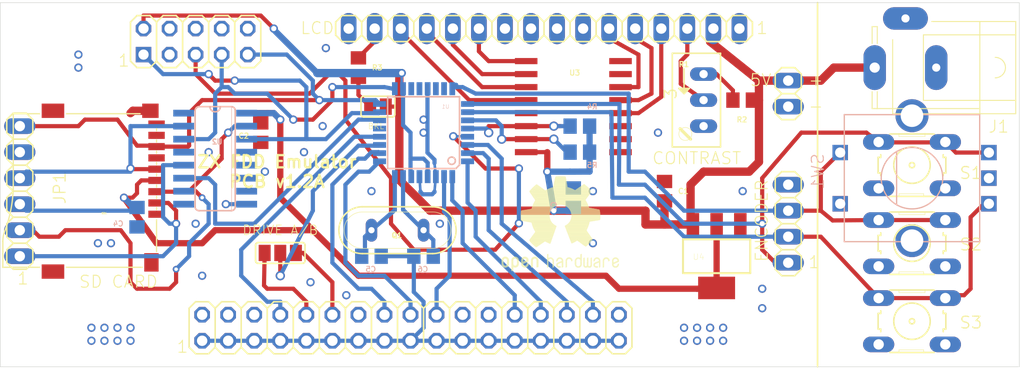
<source format=kicad_pcb>
(kicad_pcb (version 20221018) (generator pcbnew)
  (layers (0 "F.Cu" signal) (31 "B.Cu" signal) (34 "B.Paste" user) (35 "F.Paste" user) (36 "B.SilkS" user "B.Silkscreen") (37 "F.SilkS" user "F.Silkscreen") (38 "B.Mask" user) (39 "F.Mask" user) (44 "Edge.Cuts" user))
  (net 0 "")
  (net 1 "GND")
  (net 2 "VCC")
  (net 3 "SDSEL")
  (net 4 "MOSI")
  (net 5 "3V3")
  (net 6 "SD_MOSI")
  (net 7 "SD_CLK")
  (net 8 "CLK")
  (net 9 "SD_SDSEL")
  (net 10 "FDD_SIDESEL")
  (net 11 "FDD_READ")
  (net 12 "FDD_WP")
  (net 13 "FDD_TRK0")
  (net 14 "FDD_STEP")
  (net 15 "FDD_DIRSEL")
  (net 16 "FDD_MOTOR_ON")
  (net 17 "FDD_DRVSEL")
  (net 18 "ENC_BTN")
  (net 19 "ENC_A")
  (net 20 "ENC_B")
  (net 21 "SDA")
  (net 22 "SCL")
  (net 23 "XTAL1")
  (net 24 "XTAL2")
  (net 25 "RESET")
  (net 26 "MISO")
  (net 27 "FDD_INDEX")
  (net 28 "FDD_DRVSEL0")
  (net 29 "FDD_DRVSEL1")
  (net 30 "LCD_D4")
  (net 31 "LCD_D5")
  (net 32 "LCD_D6")
  (net 33 "LCD_D7")
  (net 34 "LCD_RS")
  (net 35 "LCD_RW")
  (net 36 "LCD_E")
  (net 37 "LCD_CONTR")
  (net 38 "LCD_A")
  (net 39 "N$1")
  (net 40 "N$2")
  (net 41 "LCD_LIGHT")
  (footprint "floppy_emul:MICRO-SD9+4P-SMD-16.1X14.5X1.85MM" (layer "F.Cu") (at 114.0586 105.6336 180)
    (fp_text reference "SD1")
    (fp_text value "ST-TF-003A" hide)
  )
  (footprint "floppy_emul:RJ9W" (layer "F.Cu") (at 166.7636 96.7436 -90)
    (fp_text reference "R1")
    (fp_text value "10k" hide)
  )
  (footprint "floppy_emul:C0805" (layer "F.Cu") (at 163.5886 105.6336 90)
    (fp_text reference "C1")
    (fp_text value "10uF" hide)
  )
  (footprint "floppy_emul:1X04" (layer "F.Cu") (at 175.6536 108.8086 90)
    (fp_text reference "CONN3" hide)
    (fp_text value "ENCODER" hide)
  )
  (footprint "floppy_emul:B3F-10XX" (layer "F.Cu") (at 187.7186 110.7136)
    (fp_text reference "S2")
    (fp_text value "SEL")
  )
  (footprint "floppy_emul:1X06" (layer "F.Cu") (at 100.7236 105.6336 90)
    (fp_text reference "JP1")
    (fp_text value "EXT SD CARD")
  )
  (footprint "floppy_emul:QS" (layer "F.Cu") (at 137.5536 109.4436)
    (fp_text reference "Q1")
    (fp_text value "16MHz" hide)
  )
  (footprint "floppy_emul:1X16" (layer "F.Cu") (at 151.8411 89.7586 180)
    (fp_text reference "CONN5" hide)
    (fp_text value "LCD 16x2" hide)
  )
  (footprint "floppy_emul:B3F-10XX" (layer "F.Cu") (at 187.7186 103.0936)
    (fp_text reference "S1")
    (fp_text value "A")
  )
  (footprint "floppy_emul:SOT223" (layer "F.Cu") (at 168.6686 111.9836 180)
    (fp_text reference "U4")
    (fp_text value "LM1117 3.3V" hide)
  )
  (footprint "floppy_emul:R0805" (layer "F.Cu") (at 133.7436 93.5686 -90)
    (fp_text reference "R3")
    (fp_text value "220" hide)
  )
  (footprint "floppy_emul:OSHW1" (layer "F.Cu") (at 147.0786 115.1586)
    (fp_text reference "U$5" hide)
    (fp_text value "" hide)
  )
  (footprint "floppy_emul:2X17" (layer "F.Cu") (at 138.8236 118.9686)
    (fp_text reference "CONN1" hide)
    (fp_text value "FLOPPY DRIVE")
  )
  (footprint "floppy_emul:DRILL_0.1000" (layer "F.Cu") (at 101.3586 120.2386)
    (fp_text reference "U$1" hide)
    (fp_text value "" hide)
  )
  (footprint "floppy_emul:C0805" (layer "F.Cu") (at 124.2186 99.9186 -90)
    (fp_text reference "C2")
    (fp_text value "10uF" hide)
  )
  (footprint "floppy_emul:R0805" (layer "F.Cu") (at 171.2086 96.7436)
    (fp_text reference "R2")
    (fp_text value "1k" hide)
  )
  (footprint "floppy_emul:DRILL_0.1000" (layer "F.Cu") (at 101.3586 89.7586)
    (fp_text reference "U$2" hide)
    (fp_text value "" hide)
  )
  (footprint "floppy_emul:SJ_2" (layer "F.Cu") (at 126.1236 111.6661)
    (fp_text reference "SJ5" hide)
    (fp_text value "DRIVE SELECT" hide)
  )
  (footprint "floppy_emul:B3F-10XX" (layer "F.Cu") (at 187.7186 118.3336)
    (fp_text reference "S3")
    (fp_text value "B")
  )
  (footprint "floppy_emul:DRILL_0.1000" (layer "F.Cu") (at 176.2886 89.7586)
    (fp_text reference "U$3" hide)
    (fp_text value "" hide)
  )
  (footprint "floppy_emul:2X05" (layer "F.Cu") (at 117.8686 91.0286)
    (fp_text reference "CONN4" hide)
    (fp_text value "ISP")
  )
  (footprint "floppy_emul:SJ" (layer "F.Cu") (at 135.6486 97.3786)
    (fp_text reference "SJ4" hide)
    (fp_text value "BKL")
  )
  (footprint "floppy_emul:SO16W" (layer "F.Cu") (at 154.6986 97.3786 90)
    (fp_text reference "U3")
    (fp_text value "PCF8574T" hide)
  )
  (footprint "floppy_emul:SPC4077" (layer "F.Cu") (at 187.0836 93.5686 180)
    (fp_text reference "J1")
    (fp_text value "DC 5V")
  )
  (footprint "floppy_emul:DRILL_0.1000" (layer "F.Cu") (at 176.2886 120.2386)
    (fp_text reference "U$4" hide)
    (fp_text value "" hide)
  )
  (footprint "floppy_emul:1X02" (layer "F.Cu") (at 175.6536 96.1086 -90)
    (fp_text reference "CONN2" hide)
    (fp_text value "5V" hide)
  )
  (footprint "floppy_emul:ALPS_EC12E_SW" (layer "B.Cu") (at 187.7186 104.3636 -90)
    (fp_text reference "SW1")
    (fp_text value "EC12E_SW")
  )
  (footprint "floppy_emul:C0805" (layer "B.Cu") (at 112.1536 108.1736 -90)
    (fp_text reference "C4")
    (fp_text value "100n" hide)
  )
  (footprint "floppy_emul:SO16" (layer "B.Cu") (at 119.7736 102.4586 -90)
    (fp_text reference "U2")
    (fp_text value "HEF4050B" hide)
  )
  (footprint "floppy_emul:TQFP32-08" (layer "B.Cu") (at 140.0936 99.9186 90)
    (fp_text reference "U1")
    (fp_text value "ATMEGA328P")
  )
  (footprint "floppy_emul:R0805" (layer "B.Cu") (at 155.3336 101.8236)
    (fp_text reference "R5")
    (fp_text value "10k" hide)
  )
  (footprint "floppy_emul:C0805" (layer "B.Cu") (at 140.0936 111.9836 180)
    (fp_text reference "C6")
    (fp_text value "22p" hide)
  )
  (footprint "floppy_emul:C0805" (layer "B.Cu") (at 154.6986 106.2686 90)
    (fp_text reference "C3")
    (fp_text value "100n" hide)
  )
  (footprint "floppy_emul:R0805" (layer "B.Cu") (at 155.3336 99.2836)
    (fp_text reference "R4")
    (fp_text value "10k" hide)
  )
  (footprint "floppy_emul:C0805" (layer "B.Cu") (at 135.0136 111.9836)
    (fp_text reference "C5")
    (fp_text value "22p" hide)
  )
  (gr_line (start 178.5111 87.2186) (end 178.5111 122.7786) (stroke (width 0.1524)) (layer "F.SilkS"))
  (gr_line (start 98.8186 122.7786) (end 198.1836 122.7786) (stroke (width 0.05)) (layer "Edge.Cuts"))
  (gr_line (start 198.1836 122.7786) (end 198.1836 87.2286) (stroke (width 0.05)) (layer "Edge.Cuts"))
  (gr_line (start 98.8186 87.2286) (end 98.8186 122.7786) (stroke (width 0.05)) (layer "Edge.Cuts"))
  (gr_line (start 198.1836 87.2286) (end 98.8186 87.2286) (stroke (width 0.05)) (layer "Edge.Cuts"))
  (gr_text "DRIVE A/B" (at 126.1236 109.4436) (layer "F.SilkS") (effects (font (size 0.93472 0.93472) (thickness 0.08128))))
  (gr_text "ZX FDD Emulator\nPCB v1.2A" (at 125.8061 103.7286) (layer "F.SilkS") (effects (font (size 1.194816 1.194816) (thickness 0.227584))))
  (gr_text "1" (at 115.9636 121.5086) (layer "F.SilkS") (effects (font (size 1.1684 1.1684) (thickness 0.1016)) (justify left bottom)))
  (gr_text "1" (at 110.2486 93.5686) (layer "F.SilkS") (effects (font (size 1.1684 1.1684) (thickness 0.1016)) (justify left bottom)))
  (gr_text "1" (at 177.5586 113.2536) (layer "F.SilkS") (effects (font (size 1.1684 1.1684) (thickness 0.1016)) (justify left bottom)))
  (gr_text "5V" (at 171.8436 95.4736) (layer "F.SilkS") (effects (font (size 1.1684 1.1684) (thickness 0.1016)) (justify left bottom)))
  (gr_text "BKL" (at 136.2836 98.9661) (layer "F.SilkS") (effects (font (size 0.560832 0.560832) (thickness 0.048768)) (justify right top)))
  (gr_text "CONTRAST" (at 162.3186 103.0936) (layer "F.SilkS") (effects (font (size 1.1684 1.1684) (thickness 0.1016)) (justify left bottom)))
  (gr_text "LCD" (at 128.0286 90.3936) (layer "F.SilkS") (effects (font (size 1.1684 1.1684) (thickness 0.1016)) (justify left bottom)))
  (gr_text "SD CARD" (at 106.4386 115.1586) (layer "F.SilkS") (effects (font (size 1.1684 1.1684) (thickness 0.1016)) (justify left bottom)))
  (gr_text "1" (at 100.4061 114.8411) (layer "F.SilkS") (effects (font (size 1.1684 1.1684) (thickness 0.1016)) (justify left bottom)))
  (gr_text "+" (at 177.5586 95.4736) (layer "F.SilkS") (effects (font (size 1.1684 1.1684) (thickness 0.1016)) (justify left bottom)))
  (gr_text "ENCODER" (at 173.7486 112.6186 90) (layer "F.SilkS") (effects (font (size 1.1684 1.1684) (thickness 0.1016)) (justify left bottom)))
  (gr_text "-" (at 177.5586 98.0136) (layer "F.SilkS") (effects (font (size 1.1684 1.1684) (thickness 0.1016)) (justify left bottom)))
  (gr_text "1" (at 172.4786 90.3936) (layer "F.SilkS") (effects (font (size 1.1684 1.1684) (thickness 0.1016)) (justify left bottom)))
  (segment (start 111.7486 97.7836) (end 111.5186 98.0136) (width 0.8128) (layer "F.Cu") (net 1))
  (segment (start 113.4586 97.7836) (end 111.7486 97.7836) (width 0.8128) (layer "F.Cu") (net 1))
  (via (at 110.2486 120.2386) (size 0.8048) (drill 0.5) (layers "F.Cu" "B.Cu") (net 1))
  (via (at 109.6136 110.7136) (size 0.8048) (drill 0.5) (layers "F.Cu" "B.Cu") (net 1))
  (via (at 166.7636 118.9686) (size 0.8048) (drill 0.5) (layers "F.Cu" "B.Cu") (net 1))
  (via (at 129.07 114.5236) (size 0.8048) (drill 0.5) (layers "F.Cu" "B.Cu") (net 1))
  (via (at 169.3036 120.2386) (size 0.8048) (drill 0.5) (layers "F.Cu" "B.Cu") (net 1))
  (via (at 119.1386 101.8236) (size 0.8048) (drill 0.5) (layers "F.Cu" "B.Cu") (net 1))
  (via (at 130.5686 91.6636) (size 0.8048) (drill 0.5) (layers "F.Cu" "B.Cu") (net 1))
  (via (at 130.2511 99.2836) (size 0.8048) (drill 0.5) (layers "F.Cu" "B.Cu") (net 1))
  (via (at 124.625 103.7286) (size 0.8048) (drill 0.5) (layers "F.Cu" "B.Cu") (net 1))
  (via (at 118.5036 113.8886) (size 0.8048) (drill 0.5) (layers "F.Cu" "B.Cu") (net 1))
  (via (at 173.1136 115.1586) (size 0.8048) (drill 0.5) (layers "F.Cu" "B.Cu") (net 1))
  (via (at 120.815 106.9036) (size 0.8048) (drill 0.5) (layers "F.Cu" "B.Cu") (net 1))
  (via (at 128.435 101.8236) (size 0.8048) (drill 0.5) (layers "F.Cu" "B.Cu") (net 1))
  (via (at 162.9536 99.9186) (size 0.8048) (drill 0.5) (layers "F.Cu" "B.Cu") (net 1))
  (via (at 168.0336 118.9686) (size 0.8048) (drill 0.5) (layers "F.Cu" "B.Cu") (net 1))
  (via (at 165.4936 120.2386) (size 0.8048) (drill 0.5) (layers "F.Cu" "B.Cu") (net 1))
  (via (at 107.7086 118.9686) (size 0.8048) (drill 0.5) (layers "F.Cu" "B.Cu") (net 1))
  (via (at 117.8686 108.8086) (size 0.8048) (drill 0.5) (layers "F.Cu" "B.Cu") (net 1))
  (via (at 140.0936 98.6486) (size 0.8048) (drill 0.5) (layers "F.Cu" "B.Cu") (net 1))
  (via (at 165.4936 118.9686) (size 0.8048) (drill 0.5) (layers "F.Cu" "B.Cu") (net 1))
  (via (at 108.3436 110.7136) (size 0.8048) (drill 0.5) (layers "F.Cu" "B.Cu") (net 1))
  (via (at 110.2486 118.9686) (size 0.8048) (drill 0.5) (layers "F.Cu" "B.Cu") (net 1))
  (via (at 173.1136 117.0636) (size 0.8048) (drill 0.5) (layers "F.Cu" "B.Cu") (net 1))
  (via (at 140.0936 99.9186) (size 0.8048) (drill 0.5) (layers "F.Cu" "B.Cu") (net 1))
  (via (at 111.5186 118.9686) (size 0.8048) (drill 0.5) (layers "F.Cu" "B.Cu") (net 1))
  (via (at 166.7636 120.2386) (size 0.8048) (drill 0.5) (layers "F.Cu" "B.Cu") (net 1))
  (via (at 106.4386 93.5686) (size 0.8048) (drill 0.5) (layers "F.Cu" "B.Cu") (net 1))
  (via (at 111.5186 120.2386) (size 0.8048) (drill 0.5) (layers "F.Cu" "B.Cu") (net 1))
  (via (at 156.6036 105.6336) (size 0.8048) (drill 0.5) (layers "F.Cu" "B.Cu") (net 1))
  (via (at 156.6036 110.7136) (size 0.8048) (drill 0.5) (layers "F.Cu" "B.Cu") (net 1))
  (via (at 132.5625 115.7936) (size 0.8048) (drill 0.5) (layers "F.Cu" "B.Cu") (net 1))
  (via (at 108.9786 120.2386) (size 0.8048) (drill 0.5) (layers "F.Cu" "B.Cu") (net 1))
  (via (at 135.0136 105.6336) (size 0.8048) (drill 0.5) (layers "F.Cu" "B.Cu") (net 1))
  (via (at 106.4386 92.2986) (size 0.8048) (drill 0.5) (layers "F.Cu" "B.Cu") (net 1))
  (via (at 169.3036 118.9686) (size 0.8048) (drill 0.5) (layers "F.Cu" "B.Cu") (net 1))
  (via (at 108.9786 118.9686) (size 0.8048) (drill 0.5) (layers "F.Cu" "B.Cu") (net 1))
  (via (at 171.2086 105.6336) (size 0.8048) (drill 0.5) (layers "F.Cu" "B.Cu") (net 1))
  (via (at 107.7086 120.2386) (size 0.8048) (drill 0.5) (layers "F.Cu" "B.Cu") (net 1))
  (via (at 168.0336 120.2386) (size 0.8048) (drill 0.5) (layers "F.Cu" "B.Cu") (net 1))
  (via (at 141.6811 108.8086) (size 0.8048) (drill 0.5) (layers "F.Cu" "B.Cu") (net 1))
  (segment (start 138.8236 120.2386) (end 141.3636 120.2386) (width 0.4064) (layer "B.Cu") (net 1))
  (segment (start 140.9318 105.9384) (end 140.0174 105.9384) (width 0.4064) (layer "B.Cu") (net 1))
  (segment (start 131.2036 120.2386) (end 133.7436 120.2386) (width 0.4064) (layer "B.Cu") (net 1))
  (segment (start 141.1604 105.7098) (end 140.9318 105.9384) (width 0.4064) (layer "B.Cu") (net 1))
  (segment (start 118.5036 120.2386) (end 121.0436 120.2386) (width 0.4064) (layer "B.Cu") (net 1))
  (segment (start 140.4746 95.7022) (end 140.4936 95.626) (width 0.254) (layer "B.Cu") (net 1))
  (segment (start 141.1604 102.8904) (end 141.1604 102.5602) (width 0.4064) (layer "B.Cu") (net 1))
  (segment (start 141.3636 120.2386) (end 143.9036 120.2386) (width 0.4064) (layer "B.Cu") (net 1))
  (segment (start 120.815 106.9036) (end 122.847 106.9036) (width 0.4064) (layer "B.Cu") (net 1))
  (segment (start 141.1604 102.8904) (end 141.2936 104.2112) (width 0.254) (layer "B.Cu") (net 1))
  (segment (start 148.9836 120.2386) (end 151.5236 120.2386) (width 0.4064) (layer "B.Cu") (net 1))
  (segment (start 140.4746 101.8744) (end 140.4746 95.7022) (width 0.4064) (layer "B.Cu") (net 1))
  (segment (start 133.7436 120.2386) (end 136.2836 120.2386) (width 0.4064) (layer "B.Cu") (net 1))
  (segment (start 140.0936 118.9686) (end 138.8236 120.2386) (width 0.4064) (layer "B.Cu") (net 1))
  (segment (start 121.0436 120.2386) (end 123.5836 120.2386) (width 0.4064) (layer "B.Cu") (net 1))
  (segment (start 143.9036 120.2386) (end 146.4436 120.2386) (width 0.4064) (layer "B.Cu") (net 1))
  (segment (start 126.1236 120.2386) (end 128.6636 120.2386) (width 0.4064) (layer "B.Cu") (net 1))
  (segment (start 139.1436 111.9836) (end 139.1436 115.4786) (width 0.4064) (layer "B.Cu") (net 1))
  (segment (start 135.9636 111.9836) (end 139.1436 111.9836) (width 0.4064) (layer "B.Cu") (net 1))
  (segment (start 136.2836 120.2386) (end 138.8236 120.2386) (width 0.4064) (layer "B.Cu") (net 1))
  (segment (start 140.0174 105.9384) (end 139.7888 105.7098) (width 0.4064) (layer "B.Cu") (net 1))
  (segment (start 154.0636 120.2386) (end 156.6036 120.2386) (width 0.4064) (layer "B.Cu") (net 1))
  (segment (start 139.7888 105.7098) (end 139.7888 105.659) (width 0.4064) (layer "B.Cu") (net 1))
  (segment (start 139.7888 105.659) (end 139.6936 104.2112) (width 0.254) (layer "B.Cu") (net 1))
  (segment (start 118.3004 120.1624) (end 118.5036 120.2386) (width 0.254) (layer "B.Cu") (net 1))
  (segment (start 151.5236 120.2386) (end 154.0636 120.2386) (width 0.4064) (layer "B.Cu") (net 1))
  (segment (start 140.0936 116.4286) (end 140.0936 118.9686) (width 0.4064) (layer "B.Cu") (net 1))
  (segment (start 146.4436 120.2386) (end 148.9836 120.2386) (width 0.4064) (layer "B.Cu") (net 1))
  (segment (start 141.1604 102.5602) (end 140.4746 101.8744) (width 0.4064) (layer "B.Cu") (net 1))
  (segment (start 141.1604 105.659) (end 141.1604 105.7098) (width 0.4064) (layer "B.Cu") (net 1))
  (segment (start 139.1436 115.4786) (end 140.0936 116.4286) (width 0.4064) (layer "B.Cu") (net 1))
  (segment (start 123.5836 120.2386) (end 126.1236 120.2386) (width 0.4064) (layer "B.Cu") (net 1))
  (segment (start 128.6636 120.2386) (end 131.2036 120.2386) (width 0.4064) (layer "B.Cu") (net 1))
  (segment (start 141.1604 105.659) (end 141.2936 104.2112) (width 0.254) (layer "B.Cu") (net 1))
  (segment (start 156.6036 120.2386) (end 159.1436 120.2386) (width 0.4064) (layer "B.Cu") (net 1))
  (segment (start 168.3511 89.7586) (end 168.0336 91.0286) (width 0.8128) (layer "F.Cu") (net 2))
  (segment (start 150.0986 101.8236) (end 152.1586 101.8236) (width 0.4064) (layer "F.Cu") (net 2))
  (segment (start 161.7344 108.8848) (end 161.7344 107.5386) (width 0.8128) (layer "F.Cu") (net 2))
  (segment (start 153.962 107.3608) (end 152.7936 107.5386) (width 0.254) (layer "F.Cu") (net 2))
  (segment (start 180.0986 93.5686) (end 178.8286 94.8386) (width 0.8128) (layer "F.Cu") (net 2))
  (segment (start 168.0336 91.0286) (end 172.7961 94.8386) (width 0.8128) (layer "F.Cu") (net 2))
  (segment (start 171.8436 103.7286) (end 167.3986 103.7286) (width 0.8128) (layer "F.Cu") (net 2))
  (segment (start 137.7314 97.3786) (end 137.7314 104.5414) (width 0.8128) (layer "F.Cu") (net 2))
  (segment (start 167.3986 103.7286) (end 166.1286 104.9986) (width 0.8128) (layer "F.Cu") (net 2))
  (segment (start 112.7886 89.7586) (end 112.7886 88.4886) (width 0.4064) (layer "F.Cu") (net 2))
  (segment (start 172.7961 102.7761) (end 171.8436 103.7286) (width 0.8128) (layer "F.Cu") (net 2))
  (segment (start 152.1586 103.7286) (end 152.1586 101.8236) (width 0.6096) (layer "F.Cu") (net 2))
  (segment (start 178.8286 94.8386) (end 175.6536 94.8386) (width 0.8128) (layer "F.Cu") (net 2))
  (segment (start 172.782131 96.7436) (end 172.7961 96.757569) (width 0.4064) (layer "F.Cu") (net 2))
  (segment (start 172.1586 96.7436) (end 172.782131 96.7436) (width 0.4064) (layer "F.Cu") (net 2))
  (segment (start 163.5886 108.8848) (end 161.7344 108.8848) (width 0.8128) (layer "F.Cu") (net 2))
  (segment (start 172.7961 96.757569) (end 172.7961 102.7761) (width 0.8128) (layer "F.Cu") (net 2))
  (segment (start 125.4886 89.7586) (end 124.2186 88.4886) (width 0.4064) (layer "F.Cu") (net 2))
  (segment (start 172.7961 94.8386) (end 175.6536 94.8386) (width 0.8128) (layer "F.Cu") (net 2))
  (segment (start 166.3572 108.8848) (end 163.5886 108.8848) (width 0.8128) (layer "F.Cu") (net 2))
  (segment (start 137.7314 94.3306) (end 137.96 94.102) (width 0.254) (layer "F.Cu") (net 2))
  (segment (start 163.5886 106.5836) (end 163.5886 108.8848) (width 0.8128) (layer "F.Cu") (net 2))
  (segment (start 161.7344 107.5386) (end 152.7936 107.5386) (width 0.8128) (layer "F.Cu") (net 2))
  (segment (start 172.7961 96.757569) (end 172.7961 94.8386) (width 0.8128) (layer "F.Cu") (net 2))
  (segment (start 184.0836 93.5686) (end 180.0986 93.5686) (width 0.8128) (layer "F.Cu") (net 2))
  (segment (start 140.7286 107.5386) (end 152.7936 107.5386) (width 0.8128) (layer "F.Cu") (net 2))
  (segment (start 166.1286 104.9986) (end 166.1286 108.6562) (width 0.8128) (layer "F.Cu") (net 2))
  (segment (start 136.4106 97.3786) (end 137.7314 97.3786) (width 0.4064) (layer "F.Cu") (net 2))
  (segment (start 166.1286 108.6562) (end 166.3572 108.8848) (width 0.8128) (layer "F.Cu") (net 2))
  (segment (start 137.7314 104.5414) (end 140.7286 107.5386) (width 0.8128) (layer "F.Cu") (net 2))
  (segment (start 124.2186 88.4886) (end 112.7886 88.4886) (width 0.4064) (layer "F.Cu") (net 2))
  (segment (start 137.7314 94.3306) (end 137.7314 97.3786) (width 0.8128) (layer "F.Cu") (net 2))
  (via (at 137.96 94.102) (size 0.8048) (drill 0.5) (layers "F.Cu" "B.Cu") (net 2))
  (via (at 152.1586 103.7286) (size 0.8048) (drill 0.5) (layers "F.Cu" "B.Cu") (net 2))
  (via (at 125.4886 89.7586) (size 0.8048) (drill 0.5) (layers "F.Cu" "B.Cu") (net 2))
  (via (at 152.7936 107.5386) (size 0.8048) (drill 0.5) (layers "F.Cu" "B.Cu") (net 2))
  (segment (start 140.0936 102.4586) (end 138.8236 102.4586) (width 0.4064) (layer "B.Cu") (net 2))
  (segment (start 129.7304 94.102) (end 137.96 94.102) (width 0.8128) (layer "B.Cu") (net 2))
  (segment (start 156.2836 99.2836) (end 156.2836 103.7184) (width 0.6096) (layer "B.Cu") (net 2))
  (segment (start 156.2836 101.8236) (end 156.2836 99.2836) (width 0.4064) (layer "B.Cu") (net 2))
  (segment (start 125.4886 89.7586) (end 125.4378 89.8094) (width 0.4064) (layer "B.Cu") (net 2))
  (segment (start 125.4378 89.8094) (end 129.7304 94.102) (width 0.6096) (layer "B.Cu") (net 2))
  (segment (start 137.96 95.4736) (end 138.0936 95.626) (width 0.254) (layer "B.Cu") (net 2))
  (segment (start 154.6986 107.2186) (end 154.6986 107.5386) (width 0.6096) (layer "B.Cu") (net 2))
  (segment (start 154.3684 103.7286) (end 152.1586 103.7286) (width 0.6096) (layer "B.Cu") (net 2))
  (segment (start 140.4936 104.2112) (end 140.4936 102.8586) (width 0.4064) (layer "B.Cu") (net 2))
  (segment (start 138.8236 99.9186) (end 138.8236 102.4586) (width 0.4064) (layer "B.Cu") (net 2))
  (segment (start 138.8236 102.4586) (end 138.8236 104.1412) (width 0.4064) (layer "B.Cu") (net 2))
  (segment (start 137.96 95.4736) (end 137.96 94.102) (width 0.254) (layer "B.Cu") (net 2))
  (segment (start 154.6986 107.5386) (end 152.7936 107.5386) (width 0.6096) (layer "B.Cu") (net 2))
  (segment (start 140.4936 102.8586) (end 140.0936 102.4586) (width 0.4064) (layer "B.Cu") (net 2))
  (segment (start 138.0936 99.1886) (end 138.8236 99.9186) (width 0.4064) (layer "B.Cu") (net 2))
  (segment (start 156.2836 103.7184) (end 154.3684 103.7286) (width 0.6096) (layer "B.Cu") (net 2))
  (segment (start 138.0936 95.626) (end 138.0936 99.1886) (width 0.4064) (layer "B.Cu") (net 2))
  (segment (start 138.8236 104.1412) (end 138.8936 104.2112) (width 0.4064) (layer "B.Cu") (net 2))
  (segment (start 152.7936 107.5386) (end 152.1586 103.7286) (width 0.6096) (layer "B.Cu") (net 2))
  (segment (start 123.5836 108.8086) (end 133.7436 98.6486) (width 0.4064) (layer "B.Cu") (net 3))
  (segment (start 119.1386 104.3636) (end 119.7736 104.9986) (width 0.4064) (layer "B.Cu") (net 3))
  (segment (start 135.731 98.6486) (end 135.801 98.7186) (width 0.4064) (layer "B.Cu") (net 3))
  (segment (start 116.7002 104.3636) (end 119.1386 104.3636) (width 0.4064) (layer "B.Cu") (net 3))
  (segment (start 119.7736 104.9986) (end 119.7736 108.8086) (width 0.4064) (layer "B.Cu") (net 3))
  (segment (start 133.7436 98.6486) (end 135.731 98.6486) (width 0.4064) (layer "B.Cu") (net 3))
  (segment (start 119.7736 108.8086) (end 123.5836 108.8086) (width 0.4064) (layer "B.Cu") (net 3))
  (segment (start 119.7736 94.8386) (end 121.6786 94.8386) (width 0.4064) (layer "F.Cu") (net 4))
  (segment (start 119.1386 94.2036) (end 119.7736 94.8386) (width 0.4064) (layer "F.Cu") (net 4))
  (via (at 121.6786 94.8386) (size 0.8048) (drill 0.5) (layers "F.Cu" "B.Cu") (net 4))
  (via (at 119.1386 94.2036) (size 0.8048) (drill 0.5) (layers "F.Cu" "B.Cu") (net 4))
  (segment (start 130.5686 100.5536) (end 133.1086 98.0136) (width 0.4064) (layer "B.Cu") (net 4))
  (segment (start 122.847 100.5536) (end 128.6636 100.5536) (width 0.4064) (layer "B.Cu") (net 4))
  (segment (start 121.6786 94.8386) (end 128.0286 94.8386) (width 0.4064) (layer "B.Cu") (net 4))
  (segment (start 128.6636 95.4736) (end 128.0286 94.8386) (width 0.4064) (layer "B.Cu") (net 4))
  (segment (start 133.1086 98.0136) (end 135.706 98.0136) (width 0.4064) (layer "B.Cu") (net 4))
  (segment (start 128.6636 95.4736) (end 128.6636 100.5536) (width 0.4064) (layer "B.Cu") (net 4))
  (segment (start 135.706 98.0136) (end 135.801 97.9186) (width 0.4064) (layer "B.Cu") (net 4))
  (segment (start 112.7886 92.2986) (end 114.6936 94.2036) (width 0.4064) (layer "B.Cu") (net 4))
  (segment (start 114.6936 94.2036) (end 119.1386 94.2036) (width 0.4064) (layer "B.Cu") (net 4))
  (segment (start 128.6636 100.5536) (end 130.5686 100.5536) (width 0.4064) (layer "B.Cu") (net 4))
  (segment (start 123.5836 98.0136) (end 124.8536 98.0136) (width 0.6096) (layer "F.Cu") (net 5))
  (segment (start 114.0586 104.5836) (end 112.5686 104.5836) (width 0.4064) (layer "F.Cu") (net 5))
  (segment (start 168.6686 115.0826) (end 166.7636 115.1586) (width 0.6096) (layer "F.Cu") (net 5))
  (segment (start 112.1536 105.8336) (end 111.7186 106.2686) (width 0.4064) (layer "F.Cu") (net 5))
  (segment (start 124.2186 98.6486) (end 124.8536 98.0136) (width 0.6096) (layer "F.Cu") (net 5))
  (segment (start 114.0586 110.7136) (end 110.8836 106.2686) (width 0.6096) (layer "F.Cu") (net 5))
  (segment (start 119.7736 109.4436) (end 129.2986 109.4436) (width 0.6096) (layer "F.Cu") (net 5))
  (segment (start 124.2186 98.9686) (end 124.2186 98.6486) (width 0.6096) (layer "F.Cu") (net 5))
  (segment (start 118.5036 110.7136) (end 119.7736 109.4436) (width 0.6096) (layer "F.Cu") (net 5))
  (segment (start 125.4886 98.0136) (end 126.1236 98.6486) (width 0.6096) (layer "F.Cu") (net 5))
  (segment (start 114.0586 110.7136) (end 118.5036 110.7136) (width 0.6096) (layer "F.Cu") (net 5))
  (segment (start 129.2986 109.4436) (end 126.1236 106.2686) (width 0.6096) (layer "F.Cu") (net 5))
  (segment (start 168.6686 108.8848) (end 168.6686 115.0826) (width 0.6096) (layer "F.Cu") (net 5))
  (segment (start 110.8836 106.2686) (end 111.7186 106.2686) (width 0.4064) (layer "F.Cu") (net 5))
  (segment (start 112.5686 104.5836) (end 112.1536 104.9986) (width 0.4064) (layer "F.Cu") (net 5))
  (segment (start 124.8536 98.0136) (end 125.4886 98.0136) (width 0.6096) (layer "F.Cu") (net 5))
  (segment (start 159.1436 115.1586) (end 157.8736 113.8886) (width 0.6096) (layer "F.Cu") (net 5))
  (segment (start 126.1236 106.2686) (end 126.1236 98.6486) (width 0.6096) (layer "F.Cu") (net 5))
  (segment (start 157.8736 113.8886) (end 133.7436 113.8886) (width 0.6096) (layer "F.Cu") (net 5))
  (segment (start 112.1536 104.9986) (end 112.1536 105.8336) (width 0.4064) (layer "F.Cu") (net 5))
  (segment (start 166.7636 115.1586) (end 159.1436 115.1586) (width 0.6096) (layer "F.Cu") (net 5))
  (segment (start 133.7436 113.8886) (end 129.2986 109.4436) (width 0.6096) (layer "F.Cu") (net 5))
  (via (at 110.8836 106.2686) (size 0.8048) (drill 0.5) (layers "F.Cu" "B.Cu") (net 5))
  (via (at 126.1236 98.6486) (size 0.8048) (drill 0.5) (layers "F.Cu" "B.Cu") (net 5))
  (segment (start 111.8386 107.2236) (end 112.1536 107.2236) (width 0.6096) (layer "B.Cu") (net 5))
  (segment (start 111.8386 107.2236) (end 110.8836 106.2686) (width 0.6096) (layer "B.Cu") (net 5))
  (segment (start 100.7236 106.9036) (end 101.3586 107.5386) (width 0.4064) (layer "B.Cu") (net 5))
  (segment (start 112.1536 107.5386) (end 112.1536 107.2236) (width 0.4064) (layer "B.Cu") (net 5))
  (segment (start 112.1536 107.2236) (end 112.1536 106.9086) (width 0.4064) (layer "B.Cu") (net 5))
  (segment (start 126.1236 98.6486) (end 125.4886 98.0136) (width 0.6096) (layer "B.Cu") (net 5))
  (segment (start 112.1511 106.9061) (end 112.1536 106.9036) (width 0.4064) (layer "B.Cu") (net 5))
  (segment (start 112.1536 106.9086) (end 112.1511 106.9061) (width 0.4064) (layer "B.Cu") (net 5))
  (segment (start 122.847 98.0136) (end 125.4886 98.0136) (width 0.6096) (layer "B.Cu") (net 5))
  (segment (start 101.3586 107.5386) (end 112.1536 107.5386) (width 0.4064) (layer "B.Cu") (net 5))
  (segment (start 120.4086 100.5536) (end 121.0436 99.9186) (width 0.4064) (layer "F.Cu") (net 6))
  (segment (start 110.5661 109.4436) (end 111.5186 110.7136) (width 0.4064) (layer "F.Cu") (net 6))
  (segment (start 115.9636 114.5236) (end 115.9636 113.2536) (width 0.4064) (layer "F.Cu") (net 6))
  (segment (start 111.5186 110.7136) (end 111.5186 114.5236) (width 0.4064) (layer "F.Cu") (net 6))
  (segment (start 115.3286 115.1586) (end 115.9636 114.5236) (width 0.4064) (layer "F.Cu") (net 6))
  (segment (start 112.1536 115.1586) (end 115.3286 115.1586) (width 0.4064) (layer "F.Cu") (net 6))
  (segment (start 117.2336 105.6336) (end 117.8686 105.6336) (width 0.4064) (layer "F.Cu") (net 6))
  (segment (start 105.1686 109.4436) (end 110.5661 109.4436) (width 0.4064) (layer "F.Cu") (net 6))
  (segment (start 101.9936 109.4436) (end 102.6286 110.0786) (width 0.4064) (layer "F.Cu") (net 6))
  (segment (start 102.6286 110.0786) (end 104.5336 110.0786) (width 0.4064) (layer "F.Cu") (net 6))
  (segment (start 117.2336 105.6336) (end 117.1836 105.6836) (width 0.4064) (layer "F.Cu") (net 6))
  (segment (start 117.2336 105.6336) (end 120.4086 102.4586) (width 0.4064) (layer "F.Cu") (net 6))
  (segment (start 114.0586 105.6836) (end 117.1836 105.6836) (width 0.4064) (layer "F.Cu") (net 6))
  (segment (start 104.5336 110.0786) (end 105.1686 109.4436) (width 0.4064) (layer "F.Cu") (net 6))
  (segment (start 120.4086 102.4586) (end 120.4086 100.5536) (width 0.4064) (layer "F.Cu") (net 6))
  (segment (start 100.7236 109.4436) (end 101.9936 109.4436) (width 0.4064) (layer "F.Cu") (net 6))
  (segment (start 111.5186 114.5236) (end 112.1536 115.1586) (width 0.4064) (layer "F.Cu") (net 6))
  (segment (start 117.8686 105.6336) (end 118.5036 106.2686) (width 0.4064) (layer "F.Cu") (net 6))
  (via (at 115.9636 113.2536) (size 0.6548) (drill 0.35) (layers "F.Cu" "B.Cu") (net 6))
  (via (at 118.5036 106.2686) (size 0.6548) (drill 0.35) (layers "F.Cu" "B.Cu") (net 6))
  (via (at 121.0436 99.9186) (size 0.8048) (drill 0.5) (layers "F.Cu" "B.Cu") (net 6))
  (segment (start 119.1386 108.8086) (end 117.2336 110.7136) (width 0.4064) (layer "B.Cu") (net 6))
  (segment (start 118.5036 106.2686) (end 119.1386 106.9036) (width 0.4064) (layer "B.Cu") (net 6))
  (segment (start 119.1386 106.9036) (end 119.1386 108.8086) (width 0.4064) (layer "B.Cu") (net 6))
  (segment (start 122.847 99.2836) (end 121.6786 99.2836) (width 0.4064) (layer "B.Cu") (net 6))
  (segment (start 117.2336 110.7136) (end 117.2336 111.9836) (width 0.4064) (layer "B.Cu") (net 6))
  (segment (start 121.6786 99.2836) (end 121.0436 99.9186) (width 0.4064) (layer "B.Cu") (net 6))
  (segment (start 115.9636 113.2536) (end 117.2336 111.9836) (width 0.4064) (layer "B.Cu") (net 6))
  (segment (start 114.0586 103.4836) (end 111.5911 103.4836) (width 0.4064) (layer "F.Cu") (net 7))
  (segment (start 111.5186 103.4111) (end 111.5911 103.4836) (width 0.4064) (layer "F.Cu") (net 7))
  (via (at 111.5186 103.4111) (size 0.8048) (drill 0.5) (layers "F.Cu" "B.Cu") (net 7))
  (segment (start 100.7236 104.3636) (end 101.3586 103.7286) (width 0.4064) (layer "B.Cu") (net 7))
  (segment (start 116.7002 99.2836) (end 111.5186 99.2836) (width 0.4064) (layer "B.Cu") (net 7))
  (segment (start 111.5186 99.2836) (end 111.5186 103.4111) (width 0.4064) (layer "B.Cu") (net 7))
  (segment (start 111.5186 103.7286) (end 111.5186 103.4111) (width 0.4064) (layer "B.Cu") (net 7))
  (segment (start 101.3586 103.7286) (end 111.5186 103.7286) (width 0.4064) (layer "B.Cu") (net 7))
  (segment (start 131.2036 95.4736) (end 131.2036 96.7436) (width 0.4064) (layer "F.Cu") (net 8))
  (segment (start 131.2036 96.7436) (end 129.2986 98.6486) (width 0.4064) (layer "F.Cu") (net 8))
  (segment (start 129.2986 98.6486) (end 127.3936 98.6486) (width 0.4064) (layer "F.Cu") (net 8))
  (via (at 127.3936 98.6486) (size 0.8048) (drill 0.5) (layers "F.Cu" "B.Cu") (net 8))
  (via (at 131.2036 95.4736) (size 0.8048) (drill 0.5) (layers "F.Cu" "B.Cu") (net 8))
  (segment (start 137.2936 95.626) (end 137.071 95.626) (width 0.4064) (layer "B.Cu") (net 8))
  (segment (start 121.0436 95.4736) (end 120.4086 95.4736) (width 0.4064) (layer "B.Cu") (net 8))
  (segment (start 116.7002 100.5536) (end 119.1386 100.5536) (width 0.4064) (layer "B.Cu") (net 8))
  (segment (start 120.4086 92.2986) (end 120.4086 95.4736) (width 0.4064) (layer "B.Cu") (net 8))
  (segment (start 131.2036 95.4736) (end 136.2836 95.4736) (width 0.4064) (layer "B.Cu") (net 8))
  (segment (start 119.1386 100.5536) (end 119.7736 99.9186) (width 0.4064) (layer "B.Cu") (net 8))
  (segment (start 119.7736 96.1086) (end 120.4086 95.4736) (width 0.4064) (layer "B.Cu") (net 8))
  (segment (start 119.7736 99.9186) (end 119.7736 96.1086) (width 0.4064) (layer "B.Cu") (net 8))
  (segment (start 127.3936 98.6486) (end 124.8536 96.1086) (width 0.4064) (layer "B.Cu") (net 8))
  (segment (start 137.071 95.626) (end 136.2836 95.4736) (width 0.4064) (layer "B.Cu") (net 8))
  (segment (start 124.8536 96.1086) (end 121.6786 96.1086) (width 0.4064) (layer "B.Cu") (net 8))
  (segment (start 121.6786 96.1086) (end 121.0436 95.4736) (width 0.4064) (layer "B.Cu") (net 8))
  (segment (start 114.0586 106.7836) (end 115.2086 106.7836) (width 0.4064) (layer "F.Cu") (net 9))
  (segment (start 115.2086 106.7836) (end 115.9636 107.5386) (width 0.4064) (layer "F.Cu") (net 9))
  (segment (start 115.9636 107.5386) (end 115.9636 108.8086) (width 0.4064) (layer "F.Cu") (net 9))
  (via (at 115.9636 108.8086) (size 0.8048) (drill 0.5) (layers "F.Cu" "B.Cu") (net 9))
  (segment (start 116.7002 103.0936) (end 114.6936 103.0936) (width 0.4064) (layer "B.Cu") (net 9))
  (segment (start 114.6936 103.0936) (end 114.6936 108.1736) (width 0.4064) (layer "B.Cu") (net 9))
  (segment (start 114.6936 108.1736) (end 115.3286 108.8086) (width 0.4064) (layer "B.Cu") (net 9))
  (segment (start 115.9636 108.8086) (end 115.9636 110.7136) (width 0.4064) (layer "B.Cu") (net 9))
  (segment (start 115.3286 108.8086) (end 115.9636 108.8086) (width 0.4064) (layer "B.Cu") (net 9))
  (segment (start 115.9636 110.7136) (end 114.6936 111.9836) (width 0.4064) (layer "B.Cu") (net 9))
  (segment (start 114.6936 111.9836) (end 100.7236 111.9836) (width 0.4064) (layer "B.Cu") (net 9))
  (segment (start 147.7136 102.4586) (end 147.7136 108.8086) (width 0.4064) (layer "B.Cu") (net 10))
  (segment (start 146.3736 101.1186) (end 147.7136 102.4586) (width 0.4064) (layer "B.Cu") (net 10))
  (segment (start 144.3862 101.1186) (end 146.3736 101.1186) (width 0.4064) (layer "B.Cu") (net 10))
  (segment (start 147.7136 108.8086) (end 156.6036 116.4286) (width 0.4064) (layer "B.Cu") (net 10))
  (segment (start 156.6036 116.4286) (end 156.6036 117.6986) (width 0.4064) (layer "B.Cu") (net 10))
  (segment (start 146.4436 109.4436) (end 154.0636 116.4286) (width 0.4064) (layer "B.Cu") (net 11))
  (segment (start 145.9036 101.9186) (end 146.4436 102.4586) (width 0.4064) (layer "B.Cu") (net 11))
  (segment (start 144.3862 101.9186) (end 145.9036 101.9186) (width 0.4064) (layer "B.Cu") (net 11))
  (segment (start 146.4436 102.4586) (end 146.4436 109.4436) (width 0.4064) (layer "B.Cu") (net 11))
  (segment (start 154.0636 116.4286) (end 154.0636 117.6986) (width 0.4064) (layer "B.Cu") (net 11))
  (segment (start 151.5236 116.4286) (end 151.5236 117.6986) (width 0.4064) (layer "B.Cu") (net 12))
  (segment (start 144.3862 102.7186) (end 144.3862 106.7512) (width 0.4064) (layer "B.Cu") (net 12))
  (segment (start 145.1736 110.0786) (end 151.5236 116.4286) (width 0.4064) (layer "B.Cu") (net 12))
  (segment (start 144.3862 106.7512) (end 145.1736 107.5386) (width 0.4064) (layer "B.Cu") (net 12))
  (segment (start 145.1736 107.5386) (end 145.1736 110.0786) (width 0.4064) (layer "B.Cu") (net 12))
  (segment (start 142.8936 106.5286) (end 143.9036 107.5386) (width 0.4064) (layer "B.Cu") (net 13))
  (segment (start 148.9836 115.7936) (end 148.9836 117.6986) (width 0.4064) (layer "B.Cu") (net 13))
  (segment (start 143.9036 110.7136) (end 148.9836 115.7936) (width 0.4064) (layer "B.Cu") (net 13))
  (segment (start 143.9036 107.5386) (end 143.9036 110.7136) (width 0.4064) (layer "B.Cu") (net 13))
  (segment (start 142.8936 104.2112) (end 142.8936 106.5286) (width 0.4064) (layer "B.Cu") (net 13))
  (segment (start 142.0936 104.2112) (end 142.0936 107.6336) (width 0.4064) (layer "B.Cu") (net 14))
  (segment (start 141.3636 115.1586) (end 141.3636 117.6986) (width 0.4064) (layer "B.Cu") (net 14))
  (segment (start 142.6336 108.1736) (end 142.6336 113.8886) (width 0.4064) (layer "B.Cu") (net 14))
  (segment (start 142.6336 113.8886) (end 141.3636 115.1586) (width 0.4064) (layer "B.Cu") (net 14))
  (segment (start 142.0936 107.6336) (end 142.6336 108.1736) (width 0.4064) (layer "B.Cu") (net 14))
  (segment (start 136.2836 113.8886) (end 133.7436 113.8886) (width 0.4064) (layer "B.Cu") (net 15))
  (segment (start 134.791 103.7286) (end 135.801 102.7186) (width 0.4064) (layer "B.Cu") (net 15))
  (segment (start 138.8236 117.6986) (end 138.8236 116.4286) (width 0.4064) (layer "B.Cu") (net 15))
  (segment (start 132.4736 104.9986) (end 133.7436 103.7286) (width 0.4064) (layer "B.Cu") (net 15))
  (segment (start 133.7436 103.7286) (end 134.791 103.7286) (width 0.4064) (layer "B.Cu") (net 15))
  (segment (start 132.4736 112.6186) (end 132.4736 104.9986) (width 0.4064) (layer "B.Cu") (net 15))
  (segment (start 133.7436 113.8886) (end 132.4736 112.6186) (width 0.4064) (layer "B.Cu") (net 15))
  (segment (start 138.8236 116.4286) (end 136.2836 113.8886) (width 0.4064) (layer "B.Cu") (net 15))
  (segment (start 135.0136 115.1586) (end 133.7436 115.1586) (width 0.4064) (layer "B.Cu") (net 16))
  (segment (start 133.7436 102.4586) (end 134.3786 102.4586) (width 0.4064) (layer "B.Cu") (net 16))
  (segment (start 131.2036 104.9986) (end 133.7436 102.4586) (width 0.4064) (layer "B.Cu") (net 16))
  (segment (start 133.7436 115.1586) (end 131.2036 112.6186) (width 0.4064) (layer "B.Cu") (net 16))
  (segment (start 135.0136 101.8236) (end 135.706 101.8236) (width 0.4064) (layer "B.Cu") (net 16))
  (segment (start 131.2036 112.6186) (end 131.2036 104.9986) (width 0.4064) (layer "B.Cu") (net 16))
  (segment (start 135.706 101.8236) (end 135.801 101.9186) (width 0.4064) (layer "B.Cu") (net 16))
  (segment (start 136.2836 116.4286) (end 135.0136 115.1586) (width 0.4064) (layer "B.Cu") (net 16))
  (segment (start 134.3786 102.4586) (end 135.0136 101.8236) (width 0.4064) (layer "B.Cu") (net 16))
  (segment (start 136.2836 117.6986) (end 136.2836 116.4286) (width 0.4064) (layer "B.Cu") (net 16))
  (segment (start 126.1236 111.6661) (end 126.1236 113.8886) (width 0.4064) (layer "F.Cu") (net 17))
  (via (at 126.1236 113.8886) (size 0.9048) (drill 0.6) (layers "F.Cu" "B.Cu") (net 17))
  (segment (start 126.1236 113.8886) (end 129.2986 107.5386) (width 0.4064) (layer "B.Cu") (net 17))
  (segment (start 135.731 101.1886) (end 135.801 101.1186) (width 0.4064) (layer "B.Cu") (net 17))
  (segment (start 129.2986 105.6336) (end 133.7436 101.1886) (width 0.4064) (layer "B.Cu") (net 17))
  (segment (start 129.2986 107.5386) (end 129.2986 105.6336) (width 0.4064) (layer "B.Cu") (net 17))
  (segment (start 133.7436 101.1886) (end 135.731 101.1886) (width 0.4064) (layer "B.Cu") (net 17))
  (segment (start 180.7186 101.8636) (end 180.6936 101.8636) (width 0.4064) (layer "F.Cu") (net 18))
  (segment (start 178.8286 103.7286) (end 178.8286 107.5386) (width 0.4064) (layer "F.Cu") (net 18))
  (segment (start 179.9843 108.4911) (end 184.4674 108.453) (width 0.4064) (layer "F.Cu") (net 18))
  (segment (start 175.6536 107.5386) (end 178.8286 107.5386) (width 0.4064) (layer "F.Cu") (net 18))
  (segment (start 184.4674 108.453) (end 190.9698 108.453) (width 0.4064) (layer "F.Cu") (net 18))
  (segment (start 180.6936 101.8636) (end 178.8286 103.7286) (width 0.4064) (layer "F.Cu") (net 18))
  (segment (start 178.8286 107.5386) (end 179.9843 108.4911) (width 0.4064) (layer "F.Cu") (net 18))
  (segment (start 143.2686 95.251) (end 142.8936 95.626) (width 0.4064) (layer "B.Cu") (net 18))
  (segment (start 145.1736 96.1086) (end 143.9036 95.4736) (width 0.4064) (layer "B.Cu") (net 18))
  (segment (start 175.6536 107.5386) (end 165.4936 107.5386) (width 0.4064) (layer "B.Cu") (net 18))
  (segment (start 160.0961 96.1086) (end 145.1736 96.1086) (width 0.4064) (layer "B.Cu") (net 18))
  (segment (start 143.2686 95.4736) (end 143.2686 95.251) (width 0.4064) (layer "B.Cu") (net 18))
  (segment (start 160.0961 103.7286) (end 160.0961 96.1086) (width 0.4064) (layer "B.Cu") (net 18))
  (segment (start 161.6836 103.7286) (end 160.0961 103.7286) (width 0.4064) (layer "B.Cu") (net 18))
  (segment (start 165.4936 107.5386) (end 161.6836 103.7286) (width 0.4064) (layer "B.Cu") (net 18))
  (segment (start 143.9036 95.4736) (end 143.2686 95.4736) (width 0.4064) (layer "B.Cu") (net 18))
  (segment (start 183.2736 99.9186) (end 184.4674 100.833) (width 0.4064) (layer "F.Cu") (net 19))
  (segment (start 184.5436 100.8711) (end 184.4674 100.833) (width 0.4064) (layer "F.Cu") (net 19))
  (segment (start 190.9698 100.833) (end 192.0004 101.8636) (width 0.4064) (layer "F.Cu") (net 19))
  (segment (start 183.2736 99.9186) (end 176.9236 99.9186) (width 0.4064) (layer "F.Cu") (net 19))
  (segment (start 175.6536 112.6186) (end 174.3836 112.6186) (width 0.4064) (layer "F.Cu") (net 19))
  (segment (start 191.5286 101.1886) (end 190.9698 100.833) (width 0.4064) (layer "F.Cu") (net 19))
  (segment (start 192.0004 101.8636) (end 195.2186 101.8636) (width 0.4064) (layer "F.Cu") (net 19))
  (segment (start 174.3836 112.6186) (end 173.1136 111.3486) (width 0.4064) (layer "F.Cu") (net 19))
  (segment (start 173.1136 104.3636) (end 176.9236 99.9186) (width 0.4064) (layer "F.Cu") (net 19))
  (segment (start 190.9698 100.833) (end 190.8936 100.8711) (width 0.4064) (layer "F.Cu") (net 19))
  (segment (start 173.1136 108.8086) (end 173.1136 104.3636) (width 0.4064) (layer "F.Cu") (net 19))
  (segment (start 184.5436 100.8711) (end 190.8936 100.8711) (width 0.4064) (layer "F.Cu") (net 19))
  (segment (start 173.1136 108.8086) (end 173.1136 111.3486) (width 0.4064) (layer "F.Cu") (net 19))
  (via (at 173.1136 108.8086) (size 0.8048) (drill 0.5) (layers "F.Cu" "B.Cu") (net 19))
  (segment (start 165.4936 108.8086) (end 173.1136 108.8086) (width 0.4064) (layer "B.Cu") (net 19))
  (segment (start 159.1436 104.9986) (end 161.6836 104.9986) (width 0.4064) (layer "B.Cu") (net 19))
  (segment (start 161.6836 104.9986) (end 165.4936 108.8086) (width 0.4064) (layer "B.Cu") (net 19))
  (segment (start 159.2011 97.1186) (end 159.1436 104.9986) (width 0.4064) (layer "B.Cu") (net 19))
  (segment (start 144.3862 97.1186) (end 159.2011 97.1186) (width 0.4064) (layer "B.Cu") (net 19))
  (segment (start 195.2186 106.8636) (end 194.7436 106.8636) (width 0.4064) (layer "F.Cu") (net 20))
  (segment (start 194.7436 106.8636) (end 193.4336 108.1736) (width 0.4064) (layer "F.Cu") (net 20))
  (segment (start 190.9698 116.073) (end 184.4674 116.073) (width 0.4064) (layer "F.Cu") (net 20))
  (segment (start 178.8286 110.0786) (end 184.188 115.7936) (width 0.4064) (layer "F.Cu") (net 20))
  (segment (start 175.6536 110.0786) (end 178.8286 110.0786) (width 0.4064) (layer "F.Cu") (net 20))
  (segment (start 193.4336 108.1736) (end 193.4336 115.1586) (width 0.4064) (layer "F.Cu") (net 20))
  (segment (start 191.2492 115.7936) (end 190.9698 116.073) (width 0.4064) (layer "F.Cu") (net 20))
  (segment (start 192.7986 115.7936) (end 191.2492 115.7936) (width 0.4064) (layer "F.Cu") (net 20))
  (segment (start 193.4336 115.1586) (end 192.7986 115.7936) (width 0.4064) (layer "F.Cu") (net 20))
  (segment (start 184.188 115.7936) (end 184.4674 116.073) (width 0.4064) (layer "F.Cu") (net 20))
  (segment (start 165.4936 110.0786) (end 175.6536 110.0786) (width 0.4064) (layer "B.Cu") (net 20))
  (segment (start 158.4136 97.9186) (end 158.5086 106.2686) (width 0.4064) (layer "B.Cu") (net 20))
  (segment (start 161.6836 106.2686) (end 165.4936 110.0786) (width 0.4064) (layer "B.Cu") (net 20))
  (segment (start 144.3862 97.9186) (end 158.4136 97.9186) (width 0.4064) (layer "B.Cu") (net 20))
  (segment (start 158.5086 106.2686) (end 161.6836 106.2686) (width 0.4064) (layer "B.Cu") (net 20))
  (segment (start 150.0986 100.5536) (end 147.7136 100.5536) (width 0.4064) (layer "F.Cu") (net 21))
  (segment (start 150.0986 100.5536) (end 152.7936 100.5536) (width 0.4064) (layer "F.Cu") (net 21))
  (via (at 152.7936 100.5536) (size 0.9048) (drill 0.6) (layers "F.Cu" "B.Cu") (net 21))
  (via (at 147.7136 100.5536) (size 0.9048) (drill 0.6) (layers "F.Cu" "B.Cu") (net 21))
  (segment (start 154.0636 101.8236) (end 152.7936 100.5536) (width 0.4064) (layer "B.Cu") (net 21))
  (segment (start 147.1486 98.7186) (end 147.7136 99.2836) (width 0.4064) (layer "B.Cu") (net 21))
  (segment (start 144.3862 98.7186) (end 147.1486 98.7186) (width 0.4064) (layer "B.Cu") (net 21))
  (segment (start 154.0636 101.8236) (end 154.3836 101.8236) (width 0.4064) (layer "B.Cu") (net 21))
  (segment (start 147.7136 99.2836) (end 147.7136 100.5536) (width 0.4064) (layer "B.Cu") (net 21))
  (segment (start 150.0986 99.2836) (end 152.7936 99.2836) (width 0.4064) (layer "F.Cu") (net 22))
  (segment (start 152.7936 99.2836) (end 153.4286 99.2836) (width 0.4064) (layer "F.Cu") (net 22))
  (segment (start 150.0986 99.2836) (end 146.4436 99.2836) (width 0.4064) (layer "F.Cu") (net 22))
  (segment (start 146.4436 99.2836) (end 146.4436 99.9186) (width 0.4064) (layer "F.Cu") (net 22))
  (via (at 146.4436 99.9186) (size 0.9048) (drill 0.6) (layers "F.Cu" "B.Cu") (net 22))
  (via (at 152.7936 99.2836) (size 0.9048) (drill 0.6) (layers "F.Cu" "B.Cu") (net 22))
  (segment (start 144.3862 99.5186) (end 146.2086 99.5186) (width 0.4064) (layer "B.Cu") (net 22))
  (segment (start 146.2086 99.5186) (end 146.4436 99.9186) (width 0.4064) (layer "B.Cu") (net 22))
  (segment (start 154.3836 99.2836) (end 152.7936 99.2836) (width 0.4064) (layer "B.Cu") (net 22))
  (segment (start 141.0436 111.9836) (end 141.0436 110.3936) (width 0.4064) (layer "B.Cu") (net 23))
  (segment (start 138.0936 104.2112) (end 138.0936 107.4436) (width 0.4064) (layer "B.Cu") (net 23))
  (segment (start 138.0936 107.4436) (end 140.0936 109.4436) (width 0.4064) (layer "B.Cu") (net 23))
  (segment (start 141.0436 110.3936) (end 140.0936 109.4436) (width 0.4064) (layer "B.Cu") (net 23))
  (segment (start 134.3786 111.9836) (end 134.3786 111.6636) (width 0.4064) (layer "B.Cu") (net 24))
  (segment (start 134.3786 111.6636) (end 134.0636 111.9836) (width 0.4064) (layer "B.Cu") (net 24))
  (segment (start 134.3786 110.0786) (end 135.0136 109.4436) (width 0.4064) (layer "B.Cu") (net 24))
  (segment (start 134.3786 111.6636) (end 134.3786 110.0786) (width 0.4064) (layer "B.Cu") (net 24))
  (segment (start 137.2936 107.4811) (end 135.0136 109.4436) (width 0.4064) (layer "B.Cu") (net 24))
  (segment (start 137.2936 104.2112) (end 137.2936 107.4811) (width 0.4064) (layer "B.Cu") (net 24))
  (segment (start 117.8686 94.2036) (end 117.8686 92.2986) (width 0.4064) (layer "F.Cu") (net 25))
  (segment (start 136.9186 108.8086) (end 139.1411 111.3486) (width 0.4064) (layer "F.Cu") (net 25))
  (segment (start 147.0786 111.3486) (end 149.39 108.7705) (width 0.4064) (layer "F.Cu") (net 25))
  (segment (start 131.8386 94.2036) (end 132.4736 94.8386) (width 0.4064) (layer "F.Cu") (net 25))
  (segment (start 149.39 103.4238) (end 146.1388 103.4238) (width 0.4064) (layer "F.Cu") (net 25))
  (segment (start 132.4736 94.8386) (end 132.4736 98.6486) (width 0.4064) (layer "F.Cu") (net 25))
  (segment (start 132.4736 98.6486) (end 136.9186 104.3636) (width 0.4064) (layer "F.Cu") (net 25))
  (segment (start 130.8861 94.2036) (end 131.8386 94.2036) (width 0.4064) (layer "F.Cu") (net 25))
  (segment (start 128.9811 96.1086) (end 130.8861 94.2036) (width 0.4064) (layer "F.Cu") (net 25))
  (segment (start 119.7736 96.1086) (end 117.8686 94.2036) (width 0.4064) (layer "F.Cu") (net 25))
  (segment (start 128.9811 96.1086) (end 119.7736 96.1086) (width 0.4064) (layer "F.Cu") (net 25))
  (segment (start 146.1388 103.4238) (end 142.9892 100.2742) (width 0.4064) (layer "F.Cu") (net 25))
  (segment (start 136.9186 104.3636) (end 136.9186 108.8086) (width 0.4064) (layer "F.Cu") (net 25))
  (segment (start 139.1411 111.3486) (end 147.0786 111.3486) (width 0.4064) (layer "F.Cu") (net 25))
  (via (at 149.39 103.4238) (size 0.8048) (drill 0.5) (layers "F.Cu" "B.Cu") (net 25))
  (via (at 149.39 108.7705) (size 0.8048) (drill 0.5) (layers "F.Cu" "B.Cu") (net 25))
  (via (at 142.9892 100.2742) (size 0.8048) (drill 0.5) (layers "F.Cu" "B.Cu") (net 25))
  (segment (start 142.9892 100.2742) (end 144.3608 100.2742) (width 0.254) (layer "B.Cu") (net 25))
  (segment (start 144.3608 100.2742) (end 144.3862 100.3186) (width 0.254) (layer "B.Cu") (net 25))
  (segment (start 149.39 108.7705) (end 149.39 103.4238) (width 0.4064) (layer "B.Cu") (net 25))
  (segment (start 117.2336 98.0136) (end 118.5036 96.7436) (width 0.4064) (layer "F.Cu") (net 26))
  (segment (start 117.2336 101.1886) (end 117.2336 98.0136) (width 0.4064) (layer "F.Cu") (net 26))
  (segment (start 118.5036 96.7436) (end 129.9336 96.7436) (width 0.4064) (layer "F.Cu") (net 26))
  (segment (start 100.7236 99.2836) (end 106.4386 99.2836) (width 0.4064) (layer "F.Cu") (net 26))
  (segment (start 107.0736 98.6486) (end 110.2486 98.6486) (width 0.4064) (layer "F.Cu") (net 26))
  (segment (start 112.1536 101.1886) (end 113.9636 101.1886) (width 0.4064) (layer "F.Cu") (net 26))
  (segment (start 110.2486 98.6486) (end 112.1536 101.1886) (width 0.4064) (layer "F.Cu") (net 26))
  (segment (start 114.0586 101.2836) (end 117.1386 101.2836) (width 0.4064) (layer "F.Cu") (net 26))
  (segment (start 106.4386 99.2836) (end 107.0736 98.6486) (width 0.4064) (layer "F.Cu") (net 26))
  (segment (start 113.9636 101.1886) (end 114.0586 101.2836) (width 0.4064) (layer "F.Cu") (net 26))
  (segment (start 117.1386 101.2836) (end 117.2336 101.1886) (width 0.4064) (layer "F.Cu") (net 26))
  (via (at 129.9336 96.7436) (size 0.8048) (drill 0.5) (layers "F.Cu" "B.Cu") (net 26))
  (segment (start 135.426 96.7436) (end 135.801 97.1186) (width 0.4064) (layer "B.Cu") (net 26))
  (segment (start 129.9336 96.7436) (end 135.426 96.7436) (width 0.4064) (layer "B.Cu") (net 26))
  (segment (start 129.2986 94.8386) (end 126.7586 92.2986) (width 0.4064) (layer "B.Cu") (net 26))
  (segment (start 129.9336 96.7436) (end 129.2986 96.1086) (width 0.4064) (layer "B.Cu") (net 26))
  (segment (start 129.2986 96.1086) (end 129.2986 94.8386) (width 0.4064) (layer "B.Cu") (net 26))
  (segment (start 122.9486 92.2986) (end 126.7586 92.2986) (width 0.4064) (layer "B.Cu") (net 26))
  (segment (start 122.3136 113.8886) (end 124.8536 116.4286) (width 0.4064) (layer "B.Cu") (net 27))
  (segment (start 122.3136 111.3486) (end 122.3136 113.8886) (width 0.4064) (layer "B.Cu") (net 27))
  (segment (start 135.801 100.3186) (end 133.3436 100.3186) (width 0.4064) (layer "B.Cu") (net 27))
  (segment (start 133.3436 100.3186) (end 122.3136 111.3486) (width 0.4064) (layer "B.Cu") (net 27))
  (segment (start 124.8536 116.4286) (end 126.1236 116.4286) (width 0.4064) (layer "B.Cu") (net 27))
  (segment (start 126.1236 116.4286) (end 126.1236 117.6986) (width 0.4064) (layer "B.Cu") (net 27))
  (segment (start 128.6636 117.6986) (end 128.6636 116.4286) (width 0.4064) (layer "F.Cu") (net 28))
  (segment (start 128.6636 116.4286) (end 127.3936 115.1586) (width 0.4064) (layer "F.Cu") (net 28))
  (segment (start 124.5361 114.8411) (end 124.5996 111.6661) (width 0.4064) (layer "F.Cu") (net 28))
  (segment (start 127.3936 115.1586) (end 124.8536 115.1586) (width 0.4064) (layer "F.Cu") (net 28))
  (segment (start 124.8536 115.1586) (end 124.5361 114.8411) (width 0.4064) (layer "F.Cu") (net 28))
  (segment (start 128.3461 111.6661) (end 127.6476 111.6661) (width 0.4064) (layer "F.Cu") (net 29))
  (segment (start 131.2036 117.6986) (end 131.2036 114.5236) (width 0.4064) (layer "F.Cu") (net 29))
  (segment (start 131.2036 114.5236) (end 128.3461 111.6661) (width 0.4064) (layer "F.Cu") (net 29))
  (segment (start 146.4436 92.9336) (end 150.0986 92.9336) (width 0.4064) (layer "F.Cu") (net 30))
  (segment (start 145.4911 91.9811) (end 146.4436 92.9336) (width 0.4064) (layer "F.Cu") (net 30))
  (segment (start 145.4911 89.7586) (end 145.4911 91.9811) (width 0.4064) (layer "F.Cu") (net 30))
  (segment (start 145.8086 94.2036) (end 150.0986 94.2036) (width 0.4064) (layer "F.Cu") (net 31))
  (segment (start 142.9511 91.3461) (end 145.8086 94.2036) (width 0.4064) (layer "F.Cu") (net 31))
  (segment (start 142.9511 89.7586) (end 142.9511 91.3461) (width 0.4064) (layer "F.Cu") (net 31))
  (segment (start 140.4111 89.7586) (end 140.4111 90.0761) (width 0.4064) (layer "F.Cu") (net 32))
  (segment (start 145.8086 95.4736) (end 150.0986 95.4736) (width 0.4064) (layer "F.Cu") (net 32))
  (segment (start 140.4111 90.0761) (end 145.8086 95.4736) (width 0.4064) (layer "F.Cu") (net 32))
  (segment (start 137.8711 89.7586) (end 137.8711 90.0761) (width 0.4064) (layer "F.Cu") (net 33))
  (segment (start 137.8711 90.0761) (end 144.5386 96.7436) (width 0.4064) (layer "F.Cu") (net 33))
  (segment (start 144.5386 96.7436) (end 150.0986 96.7436) (width 0.4064) (layer "F.Cu") (net 33))
  (segment (start 163.2711 89.7586) (end 163.2711 96.4261) (width 0.4064) (layer "F.Cu") (net 34))
  (segment (start 163.2711 96.4261) (end 161.0486 98.0136) (width 0.4064) (layer "F.Cu") (net 34))
  (segment (start 161.0486 98.0136) (end 159.2986 98.0136) (width 0.4064) (layer "F.Cu") (net 34))
  (segment (start 160.7311 89.7586) (end 160.7311 90.7111) (width 0.4064) (layer "F.Cu") (net 35))
  (segment (start 162.3186 91.6636) (end 162.3186 96.1086) (width 0.4064) (layer "F.Cu") (net 35))
  (segment (start 160.7311 90.7111) (end 162.3186 91.6636) (width 0.4064) (layer "F.Cu") (net 35))
  (segment (start 162.3186 96.1086) (end 161.0486 96.7436) (width 0.4064) (layer "F.Cu") (net 35))
  (segment (start 161.0486 96.7436) (end 159.2986 96.7436) (width 0.4064) (layer "F.Cu") (net 35))
  (segment (start 158.1911 89.7586) (end 158.1911 90.7111) (width 0.4064) (layer "F.Cu") (net 36))
  (segment (start 159.2986 95.4736) (end 161.0486 95.4736) (width 0.4064) (layer "F.Cu") (net 36))
  (segment (start 158.1911 90.7111) (end 161.0486 92.2986) (width 0.4064) (layer "F.Cu") (net 36))
  (segment (start 161.0486 92.2986) (end 161.0486 95.4736) (width 0.4064) (layer "F.Cu") (net 36))
  (segment (start 165.8111 92.2986) (end 165.8111 89.7586) (width 0.4064) (layer "F.Cu") (net 37))
  (segment (start 165.1761 92.9336) (end 165.8111 92.2986) (width 0.4064) (layer "F.Cu") (net 37))
  (segment (start 167.3986 96.7436) (end 165.1761 95.1561) (width 0.4064) (layer "F.Cu") (net 37))
  (segment (start 165.1761 95.1561) (end 165.1761 92.9336) (width 0.4064) (layer "F.Cu") (net 37))
  (segment (start 133.8452 92.5018) (end 133.7436 92.6186) (width 0.254) (layer "F.Cu") (net 38))
  (segment (start 135.5724 89.8602) (end 135.547 89.8348) (width 0.254) (layer "F.Cu") (net 38))
  (segment (start 135.1152 91.2191) (end 133.8452 92.5018) (width 0.4064) (layer "F.Cu") (net 38))
  (segment (start 135.2168 89.53) (end 135.547 89.8348) (width 0.4064) (layer "F.Cu") (net 38))
  (segment (start 135.5724 89.8602) (end 135.3311 89.7586) (width 0.254) (layer "F.Cu") (net 38))
  (segment (start 135.547 89.8348) (end 135.1152 91.2191) (width 0.4064) (layer "F.Cu") (net 38))
  (segment (start 170.2586 95.7936) (end 168.6686 94.2036) (width 0.4064) (layer "F.Cu") (net 39))
  (segment (start 168.6686 94.2036) (end 167.3986 94.2036) (width 0.4064) (layer "F.Cu") (net 39))
  (segment (start 170.2586 96.7436) (end 170.2586 95.7936) (width 0.4064) (layer "F.Cu") (net 39))
  (segment (start 133.7436 96.2356) (end 134.8866 97.3786) (width 0.4064) (layer "F.Cu") (net 40))
  (segment (start 133.7436 94.5186) (end 133.7436 96.2356) (width 0.4064) (layer "F.Cu") (net 40))
)
</source>
